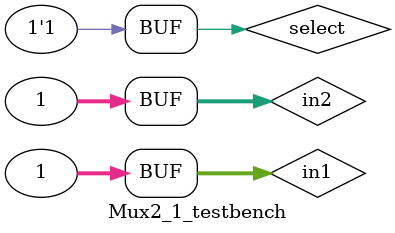
<source format=sv>
module Mux2_1(in1, in2, select, data);
	input [31:0] in1, in2;
	input select;
	output [31:0]data;
	wire [31:0] andgate1, andgate2;
	
	genvar i;
	generate
 		for(i=0; i<32; i++) begin : eachMux
 				and a1(andgate1[i], in1[i], ~select);
				and a2(andgate2[i], in2[i], select);
				or o1(data[i], andgate1[i], andgate2[i]);
 	end
 	endgenerate 

endmodule

module Mux2_1_testbench();
	reg [31:0] in1, in2; 
	reg select;
	wire[31:0] data;

	Mux2_1 dut(.in1, .in2, .select, .data);
	initial begin
		select = 0; in1 = 32'b0; in2 = 32'b0; #10;
		select = 0; in1 = 32'b0; in2 = 32'b1; #10;
		select = 0; in1 = 32'b1; in2 = 32'b0; #10;
		select = 0; in1 = 32'b1; in2 = 32'b1; #10;
		select = 1; in1 = 32'b0; in2 = 32'b0; #10;
		select = 1; in1 = 32'b0; in2 = 32'b1; #10;
		select = 1; in1 = 32'b1; in2 = 32'b0; #10;
		select = 1; in1 = 32'b1; in2 = 32'b1; #10;
	end
endmodule

</source>
